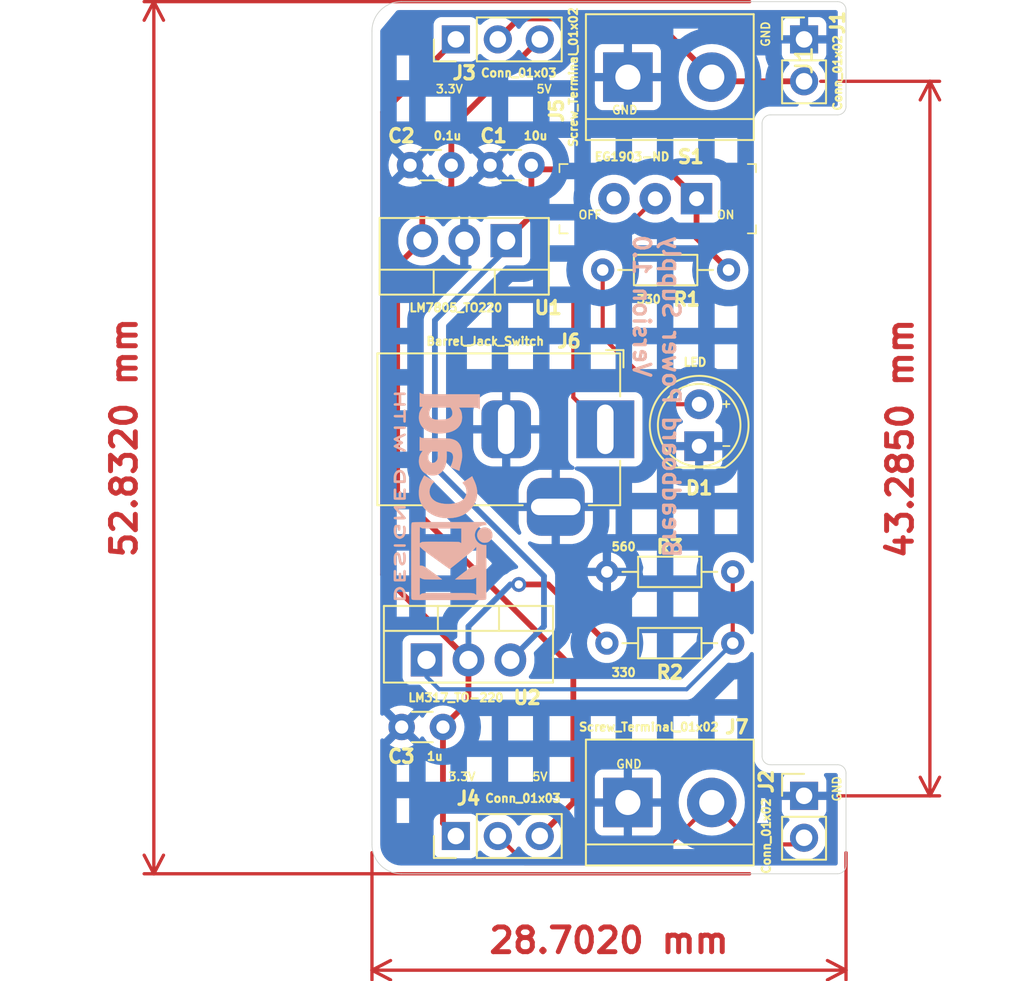
<source format=kicad_pcb>
(kicad_pcb (version 20240108) (generator "pcbnew") (generator_version "8.0")
  (layers (0 "F.Cu" signal) (31 "B.Cu" signal) (34 "B.Paste" user) (35 "F.Paste" user) (36 "B.SilkS" user "B.Silkscreen") (37 "F.SilkS" user "F.Silkscreen") (38 "B.Mask" user) (39 "F.Mask" user) (44 "Edge.Cuts" user))
  (net 0 "")
  (net 1 "GND")
  (net 2 "/12V")
  (net 3 "/5V")
  (net 4 "Net-(D1-A)")
  (net 5 "Net-(U2-ADJ)")
  (net 6 "/3.3V")
  (net 7 "/PWR_input")
  (net 9 "/PWR_OUT_TOP")
  (net 10 "/PWR_OUT_BOTTOM")
  (footprint "Connector_BarrelJack:BarrelJack_Horizontal" (layer "F.Cu") (at 89.566 97.282)
    (property "Reference" "J6" (at -2.19 -5.334 0) (layer "F.SilkS") (effects (font (size 0.8 0.8) (thickness 0.8))))
    (property "Value" "Barrel_Jack_Switch" (at -7.27 -5.334 0) (layer "F.SilkS") (effects (font (size 0.5 0.5) (thickness 0.5))))
    (pad "1" thru_hole rect (at 0 0) (size 3.5 3.5) (drill oval 1 3) (layers "*.Cu" "*.Mask") (net 7 "/PWR_input"))
    (pad "2" thru_hole roundrect (at -6 0) (size 3 3.5) (drill oval 1 3) (layers "*.Cu" "*.Mask") (net 1 "GND"))
    (pad "3" thru_hole roundrect (at -3 4.7) (size 3.5 3.5) (drill oval 3 1) (layers "*.Cu" "*.Mask") (net 1 "GND"))
  )
  (footprint "TerminalBlock:TerminalBlock_bornier-2_P5.08mm" (layer "F.Cu") (at 90.932 75.946)
    (property "Reference" "J5" (at -4.318 2.032 90) (layer "F.SilkS") (effects (font (size 0.8 0.8) (thickness 0.8))))
    (property "Value" "Screw_Terminal_01x02" (at -3.302 0 90) (layer "F.SilkS") (effects (font (size 0.5 0.5) (thickness 0.5))))
    (pad "1" thru_hole rect (at 0 0) (size 3 3) (drill 1.52) (layers "*.Cu" "*.Mask") (net 1 "GND"))
    (pad "2" thru_hole circle (at 5.08 0) (size 3 3) (drill 1.52) (layers "*.Cu" "*.Mask") (net 9 "/PWR_OUT_TOP"))
  )
  (footprint "Capacitor_THT:C_Disc_D3.0mm_W1.6mm_P2.50mm" (layer "F.Cu") (at 79.736 115.316 180)
    (property "Reference" "C3" (at 2.52 -1.778 0) (layer "F.SilkS") (effects (font (size 0.8 0.8) (thickness 0.8))))
    (property "Value" "1u" (at 0.488 -1.778 0) (layer "F.SilkS") (effects (font (size 0.5 0.5) (thickness 0.5))))
    (pad "1" thru_hole circle (at 0 0 180) (size 1.6 1.6) (drill 0.8) (layers "*.Cu" "*.Mask") (net 6 "/3.3V"))
    (pad "2" thru_hole circle (at 2.5 0 180) (size 1.6 1.6) (drill 0.8) (layers "*.Cu" "*.Mask") (net 1 "GND"))
  )
  (footprint "Package_TO_SOT_THT:TO-220-3_Vertical" (layer "F.Cu") (at 83.566 85.852 180)
    (property "Reference" "U1" (at -2.54 -4.064 0) (layer "F.SilkS") (effects (font (size 0.8 0.8) (thickness 0.8))))
    (property "Value" "LM7805_TO220" (at 3.048 -4.064 0) (layer "F.SilkS") (effects (font (size 0.5 0.5) (thickness 0.5))))
    (pad "1" thru_hole rect (at 0 0 180) (size 1.905 2) (drill 1.1) (layers "*.Cu" "*.Mask") (net 2 "/12V"))
    (pad "2" thru_hole oval (at 2.54 0 180) (size 1.905 2) (drill 1.1) (layers "*.Cu" "*.Mask") (net 1 "GND"))
    (pad "3" thru_hole oval (at 5.08 0 180) (size 1.905 2) (drill 1.1) (layers "*.Cu" "*.Mask") (net 3 "/5V"))
  )
  (footprint "Connector_PinHeader_2.54mm:PinHeader_1x03_P2.54mm_Vertical" (layer "F.Cu") (at 80.518 121.92 90)
    (property "Reference" "J4" (at 2.286 0.762 180) (layer "F.SilkS") (effects (font (size 0.8 0.8) (thickness 0.8))))
    (property "Value" "Conn_01x03" (at 2.286 4.064 180) (layer "F.SilkS") (effects (font (size 0.5 0.5) (thickness 0.5))))
    (pad "1" thru_hole rect (at 0 0 90) (size 1.7 1.7) (drill 1) (layers "*.Cu" "*.Mask") (net 6 "/3.3V"))
    (pad "2" thru_hole oval (at 0 2.54 90) (size 1.7 1.7) (drill 1) (layers "*.Cu" "*.Mask") (net 10 "/PWR_OUT_BOTTOM"))
    (pad "3" thru_hole oval (at 0 5.08 90) (size 1.7 1.7) (drill 1) (layers "*.Cu" "*.Mask") (net 3 "/5V"))
  )
  (footprint "Capacitor_THT:C_Disc_D3.0mm_W1.6mm_P2.50mm" (layer "F.Cu") (at 80.244 81.28 180)
    (property "Reference" "C2" (at 3.028 1.778 0) (layer "F.SilkS") (effects (font (size 0.8 0.8) (thickness 0.8))))
    (property "Value" "0.1u" (at 0.234 1.778 0) (layer "F.SilkS") (effects (font (size 0.5 0.5) (thickness 0.5))))
    (pad "1" thru_hole circle (at 0 0 180) (size 1.6 1.6) (drill 0.8) (layers "*.Cu" "*.Mask") (net 3 "/5V"))
    (pad "2" thru_hole circle (at 2.5 0 180) (size 1.6 1.6) (drill 0.8) (layers "*.Cu" "*.Mask") (net 1 "GND"))
  )
  (footprint "Connector_PinHeader_2.54mm:PinHeader_1x02_P2.54mm_Vertical" (layer "F.Cu") (at 101.6 119.485)
    (property "Reference" "J2" (at -2.286 -0.867 90) (layer "F.SilkS") (effects (font (size 0.8 0.8) (thickness 0.8))))
    (property "Value" "Conn_01x02" (at -2.286 2.435 90) (layer "F.SilkS") (effects (font (size 0.5 0.5) (thickness 0.5))))
    (pad "1" thru_hole rect (at 0 0) (size 1.7 1.7) (drill 1) (layers "*.Cu" "*.Mask") (net 1 "GND"))
    (pad "2" thru_hole oval (at 0 2.54) (size 1.7 1.7) (drill 1) (layers "*.Cu" "*.Mask") (net 10 "/PWR_OUT_BOTTOM"))
  )
  (footprint "Connector_PinHeader_2.54mm:PinHeader_1x02_P2.54mm_Vertical" (layer "F.Cu") (at 101.6 73.66)
    (property "Reference" "J1" (at 2.032 -1.016 -90) (layer "F.SilkS") (effects (font (size 0.8 0.8) (thickness 0.8))))
    (property "Value" "Conn_01x02" (at 2.032 2.032 90) (layer "F.SilkS") (effects (font (size 0.5 0.5) (thickness 0.5))))
    (fp_text user "${REFERENCE}" (at 0 1.27 90) (layer "F.SilkS"))
    (pad "1" thru_hole rect (at 0 0) (size 1.7 1.7) (drill 1) (layers "*.Cu" "*.Mask") (net 1 "GND"))
    (pad "2" thru_hole oval (at 0 2.54) (size 1.7 1.7) (drill 1) (layers "*.Cu" "*.Mask") (net 9 "/PWR_OUT_TOP"))
  )
  (footprint "Connector_PinHeader_2.54mm:PinHeader_1x03_P2.54mm_Vertical" (layer "F.Cu") (at 80.518 73.66 90)
    (property "Reference" "J3" (at -2.032 0.508 180) (layer "F.SilkS") (effects (font (size 0.8 0.8) (thickness 0.8))))
    (property "Value" "Conn_01x03" (at -2.032 3.81 180) (layer "F.SilkS") (effects (font (size 0.5 0.5) (thickness 0.5))))
    (pad "1" thru_hole rect (at 0 0 90) (size 1.7 1.7) (drill 1) (layers "*.Cu" "*.Mask") (net 6 "/3.3V"))
    (pad "2" thru_hole oval (at 0 2.54 90) (size 1.7 1.7) (drill 1) (layers "*.Cu" "*.Mask") (net 9 "/PWR_OUT_TOP"))
    (pad "3" thru_hole oval (at 0 5.08 90) (size 1.7 1.7) (drill 1) (layers "*.Cu" "*.Mask") (net 3 "/5V"))
  )
  (footprint "LED_THT:LED_D5.0mm" (layer "F.Cu") (at 95.25 98.303 90)
    (property "Reference" "D1" (at -2.535 0 180) (layer "F.SilkS") (effects (font (size 0.8 0.8) (thickness 0.8))))
    (property "Value" "LED" (at 5.085 -0.254 180) (layer "F.SilkS") (effects (font (size 0.5 0.5) (thickness 0.5))))
    (pad "1" thru_hole rect (at 0 0 90) (size 1.8 1.8) (drill 0.9) (layers "*.Cu" "*.Mask") (net 1 "GND"))
    (pad "2" thru_hole circle (at 2.54 0 90) (size 1.8 1.8) (drill 0.9) (layers "*.Cu" "*.Mask") (net 4 "Net-(D1-A)"))
  )
  (footprint "Package_TO_SOT_THT:TO-220-3_Vertical" (layer "F.Cu") (at 78.74 111.252)
    (property "Reference" "U2" (at 6.096 2.286 0) (layer "F.SilkS") (effects (font (size 0.8 0.8) (thickness 0.8))))
    (property "Value" "LM317_TO-220" (at 1.778 2.286 0) (layer "F.SilkS") (effects (font (size 0.5 0.5) (thickness 0.5))))
    (pad "1" thru_hole rect (at 0 0) (size 1.905 2) (drill 1.1) (layers "*.Cu" "*.Mask") (net 5 "Net-(U2-ADJ)"))
    (pad "2" thru_hole oval (at 2.54 0) (size 1.905 2) (drill 1.1) (layers "*.Cu" "*.Mask") (net 6 "/3.3V"))
    (pad "3" thru_hole oval (at 5.08 0) (size 1.905 2) (drill 1.1) (layers "*.Cu" "*.Mask") (net 2 "/12V"))
  )
  (footprint "digikey-footprints:Switch_Slide_11.6x4mm_EG1218" (layer "F.Cu") (at 95.09 83.312 180)
    (property "Reference" "S1" (at 0.348 2.54 0) (layer "F.SilkS") (effects (font (size 0.8 0.8) (thickness 0.2))))
    (property "Value" "EG1903-ND" (at 3.904 2.54 0) (layer "F.SilkS") (effects (font (size 0.5 0.5) (thickness 0.125))))
    (pad "1" thru_hole rect (at 0 0 180) (size 1.9 1.9) (drill 0.9) (layers "*.Cu" "*.Mask") (net 2 "/12V"))
    (pad "2" thru_hole circle (at 2.5 0 180) (size 1.9 1.9) (drill 0.9) (layers "*.Cu" "*.Mask") (net 7 "/PWR_input"))
    (pad "3" thru_hole circle (at 5 0 180) (size 1.9 1.9) (drill 0.9) (layers "*.Cu" "*.Mask"))
  )
  (footprint "Resistor_THT:R_Axial_DIN0204_L3.6mm_D1.6mm_P7.62mm_Horizontal" (layer "F.Cu") (at 97.028 87.63 180)
    (property "Reference" "R1" (at 2.54 -1.778 0) (layer "F.SilkS") (effects (font (size 0.8 0.8) (thickness 0.8))))
    (property "Value" "330" (at 4.826 -1.778 0) (layer "F.SilkS") (effects (font (size 0.5 0.5) (thickness 0.5))))
    (pad "1" thru_hole circle (at 0 0 180) (size 1.4 1.4) (drill 0.7) (layers "*.Cu" "*.Mask") (net 2 "/12V"))
    (pad "2" thru_hole oval (at 7.62 0 180) (size 1.4 1.4) (drill 0.7) (layers "*.Cu" "*.Mask") (net 4 "Net-(D1-A)"))
  )
  (footprint "Capacitor_THT:C_Disc_D3.0mm_W1.6mm_P2.50mm" (layer "F.Cu") (at 85.09 81.28 180)
    (property "Reference" "C1" (at 2.286 1.778 0) (layer "F.SilkS") (effects (font (size 0.8 0.8) (thickness 0.8))))
    (property "Value" "10u" (at -0.254 1.778 0) (layer "F.SilkS") (effects (font (size 0.5 0.5) (thickness 0.5))))
    (pad "1" thru_hole circle (at 0 0 180) (size 1.6 1.6) (drill 0.8) (layers "*.Cu" "*.Mask") (net 2 "/12V"))
    (pad "2" thru_hole circle (at 2.5 0 180) (size 1.6 1.6) (drill 0.8) (layers "*.Cu" "*.Mask") (net 1 "GND"))
  )
  (footprint "Resistor_THT:R_Axial_DIN0204_L3.6mm_D1.6mm_P7.62mm_Horizontal" (layer "F.Cu") (at 89.662 110.236)
    (property "Reference" "R2" (at 3.81 1.778 0) (layer "F.SilkS") (effects (font (size 0.8 0.8) (thickness 0.8))))
    (property "Value" "330" (at 1.016 1.778 0) (layer "F.SilkS") (effects (font (size 0.5 0.5) (thickness 0.5))))
    (pad "1" thru_hole circle (at 0 0) (size 1.4 1.4) (drill 0.7) (layers "*.Cu" "*.Mask") (net 6 "/3.3V"))
    (pad "2" thru_hole oval (at 7.62 0) (size 1.4 1.4) (drill 0.7) (layers "*.Cu" "*.Mask") (net 5 "Net-(U2-ADJ)"))
  )
  (footprint "TerminalBlock:TerminalBlock_bornier-2_P5.08mm" (layer "F.Cu") (at 90.932 119.888)
    (property "Reference" "J7" (at 6.604 -4.572 180) (layer "F.SilkS") (effects (font (size 0.8 0.8) (thickness 0.8))))
    (property "Value" "Screw_Terminal_01x02" (at 1.27 -4.572 0) (layer "F.SilkS") (effects (font (size 0.5 0.5) (thickness 0.5))))
    (pad "1" thru_hole rect (at 0 0) (size 3 3) (drill 1.52) (layers "*.Cu" "*.Mask") (net 1 "GND"))
    (pad "2" thru_hole circle (at 5.08 0) (size 3 3) (drill 1.52) (layers "*.Cu" "*.Mask") (net 10 "/PWR_OUT_BOTTOM"))
  )
  (footprint "Resistor_THT:R_Axial_DIN0204_L3.6mm_D1.6mm_P7.62mm_Horizontal" (layer "F.Cu") (at 97.282 105.918 180)
    (property "Reference" "R3" (at 3.81 1.524 0) (layer "F.SilkS") (effects (font (size 0.8 0.8) (thickness 0.8))))
    (property "Value" "560" (at 6.604 1.524 0) (layer "F.SilkS") (effects (font (size 0.5 0.5) (thickness 0.5))))
    (pad "1" thru_hole circle (at 0 0 180) (size 1.4 1.4) (drill 0.7) (layers "*.Cu" "*.Mask") (net 5 "Net-(U2-ADJ)"))
    (pad "2" thru_hole oval (at 7.62 0 180) (size 1.4 1.4) (drill 0.7) (layers "*.Cu" "*.Mask") (net 1 "GND"))
  )
  (footprint "Symbol:KiCad-Logo2_5mm_SilkScreen" (layer "B.Cu") (at 79.756 101.346 90)
    (property "Reference" "REF**" (hide yes))
    (property "Value" "KiCad-Logo2_5mm_SilkScreen" (hide yes))
  )
  (gr_line (start 99.06 117.094) (end 99.06 78.74) (stroke (width 0.05)) (layer "Edge.Cuts"))
  (gr_arc (start 103.632 71.374) (mid 103.99121 71.52279) (end 104.14 71.882) (stroke (width 0.05)) (layer "Edge.Cuts"))
  (gr_line (start 104.14 71.882) (end 104.14 77.724) (stroke (width 0.05)) (layer "Edge.Cuts"))
  (gr_line (start 77.216 124.206) (end 103.632 124.206) (stroke (width 0.05)) (layer "Edge.Cuts"))
  (gr_arc (start 104.14 123.698) (mid 103.99121 124.05721) (end 103.632 124.206) (stroke (width 0.05)) (layer "Edge.Cuts"))
  (gr_arc (start 77.216 124.206) (mid 75.958764 123.685236) (end 75.438 122.428) (stroke (width 0.05)) (layer "Edge.Cuts"))
  (gr_arc (start 75.438 73.152) (mid 75.958764 71.894764) (end 77.216 71.374) (stroke (width 0.05)) (layer "Edge.Cuts"))
  (gr_arc (start 103.632 117.602) (mid 103.99121 117.75079) (end 104.14 118.11) (stroke (width 0.05)) (layer "Edge.Cuts"))
  (gr_arc (start 99.06 78.74) (mid 99.20879 78.38079) (end 99.568 78.232) (stroke (width 0.05)) (layer "Edge.Cuts"))
  (gr_line (start 104.14 123.698) (end 104.14 118.11) (stroke (width 0.05)) (layer "Edge.Cuts"))
  (gr_line (start 75.438 73.152) (end 75.438 122.428) (stroke (width 0.05)) (layer "Edge.Cuts"))
  (gr_line (start 103.632 78.232) (end 99.568 78.232) (stroke (width 0.05)) (layer "Edge.Cuts"))
  (gr_line (start 103.632 117.602) (end 99.568 117.602) (stroke (width 0.05)) (layer "Edge.Cuts"))
  (gr_arc (start 104.14 77.724) (mid 103.99121 78.08321) (end 103.632 78.232) (stroke (width 0.05)) (layer "Edge.Cuts"))
  (gr_arc (start 99.568 117.602) (mid 99.20879 117.45321) (end 99.06 117.094) (stroke (width 0.05)) (layer "Edge.Cuts"))
  (gr_line (start 103.632 71.374) (end 77.216 71.374) (stroke (width 0.05)) (layer "Edge.Cuts"))
  (gr_text "Version 1.0" (at 91.186 94.234 270) (layer "B.SilkS") (effects (font (size 1 1) (thickness 0.2) (bold yes)) (justify left bottom mirror)))
  (gr_text "Breadboard Power Supply" (at 92.964 105.156 -90) (layer "B.SilkS") (effects (font (size 1 1) (thickness 0.2) (bold yes)) (justify left bottom mirror)))
  (gr_text "GND" (at 89.916 78.232 0) (layer "F.SilkS") (effects (font (size 0.5 0.5) (thickness 0.1) (bold yes)) (justify left bottom)))
  (gr_text "5V" (at 85.09 118.618 0) (layer "F.SilkS") (effects (font (size 0.5 0.5) (thickness 0.1) (bold yes)) (justify left bottom)))
  (gr_text "+" (at 96.52 96.012 0) (layer "F.SilkS") (effects (font (size 0.5 0.5) (thickness 0.1) (bold yes)) (justify left bottom)))
  (gr_text "ON" (at 96.266 84.582 0) (layer "F.SilkS") (effects (font (size 0.5 0.5) (thickness 0.1) (bold yes)) (justify left bottom)))
  (gr_text "GND" (at 90.17 117.856 0) (layer "F.SilkS") (effects (font (size 0.5 0.5) (thickness 0.1) (bold yes)) (justify left bottom)))
  (gr_text "GND" (at 103.886 119.888 90) (layer "F.SilkS") (effects (font (size 0.5 0.5) (thickness 0.1) (bold yes)) (justify left bottom)))
  (gr_text "3.3V" (at 79.248 76.962 0) (layer "F.SilkS") (effects (font (size 0.5 0.5) (thickness 0.1) (bold yes)) (justify left bottom)))
  (gr_text "-" (at 96.52 98.552 0) (layer "F.SilkS") (effects (font (size 0.5 0.5) (thickness 0.1) (bold yes)) (justify left bottom)))
  (gr_text "GND" (at 99.568 74.168 90) (layer "F.SilkS") (effects (font (size 0.5 0.5) (thickness 0.1) (bold yes)) (justify left bottom)))
  (gr_text "OFF" (at 87.884 84.582 0) (layer "F.SilkS") (effects (font (size 0.5 0.5) (thickness 0.1) (bold yes)) (justify left bottom)))
  (gr_text "5V" (at 85.344 76.962 0) (layer "F.SilkS") (effects (font (size 0.5 0.5) (thickness 0.1) (bold yes)) (justify left bottom)))
  (gr_text "3.3V" (at 80.01 118.618 0) (layer "F.SilkS") (effects (font (size 0.5 0.5) (thickness 0.1) (bold yes)) (justify left bottom)))
  (dimension (type aligned) (layer "F.Cu") (pts (xy 98.806 124.206) (xy 98.806 71.374)) (height -36.576) (gr_text "52.8320 mm" (at 60.43 97.79 90) (layer "F.Cu") (effects (font (size 1.5 1.5) (thickness 0.3)))) (format (prefix "") (suffix "") (units 3) (units_format 1) (precision 4)) (style (thickness 0.2) (arrow_length 1.27) (text_position_mode 0) (extension_height 0.58642) (extension_offset 0.5) keep_text_aligned))
  (dimension (type aligned) (layer "F.Cu") (pts (xy 102.108 119.485) (xy 102.108 76.2)) (height 7.112) (gr_text "43.2850 mm" (at 107.42 97.8425 90) (layer "F.Cu") (effects (font (size 1.5 1.5) (thickness 0.3)))) (format (prefix "") (suffix "") (units 3) (units_format 1) (precision 4)) (style (thickness 0.2) (arrow_length 1.27) (text_position_mode 0) (extension_height 0.58642) (extension_offset 0.5) keep_text_aligned))
  (dimension (type aligned) (layer "F.Cu") (pts (xy 75.438 122.428) (xy 104.14 122.428)) (height 7.619999) (gr_text "28.7020 mm" (at 89.789 128.247999 0) (layer "F.Cu") (effects (font (size 1.5 1.5) (thickness 0.3)))) (format (prefix "") (suffix "") (units 3) (units_format 1) (precision 4)) (style (thickness 0.2) (arrow_length 1.27) (text_position_mode 0) (extension_height 0.58642) (extension_offset 0.5) keep_text_aligned))
  (segment (start 95.09 83.312) (end 95.09 85.692) (width 0.35) (layer "F.Cu") (net 2))
  (segment (start 93.312 81.534) (end 95.09 83.312) (width 0.35) (layer "F.Cu") (net 2))
  (segment (start 85.09 81.28) (end 85.344 81.534) (width 0.35) (layer "F.Cu") (net 2))
  (segment (start 85.09 84.328) (end 83.566 85.852) (width 0.35) (layer "F.Cu") (net 2))
  (segment (start 95.09 85.692) (end 97.028 87.63) (width 0.35) (layer "F.Cu") (net 2))
  (segment (start 85.09 81.28) (end 85.09 84.328) (width 0.35) (layer "F.Cu") (net 2))
  (segment (start 85.344 81.534) (end 93.312 81.534) (width 0.35) (layer "F.Cu") (net 2))
  (segment (start 83.566 86.36) (end 83.566 85.852) (width 0.35) (layer "B.Cu") (net 2))
  (segment (start 79.248 99.568) (end 79.248 90.678) (width 0.35) (layer "B.Cu") (net 2))
  (segment (start 79.248 90.678) (end 83.566 86.36) (width 0.35) (layer "B.Cu") (net 2))
  (segment (start 85.852 109.22) (end 85.852 106.172) (width 0.35) (layer "B.Cu") (net 2))
  (segment (start 83.82 111.252) (end 85.852 109.22) (width 0.35) (layer "B.Cu") (net 2))
  (segment (start 85.852 106.172) (end 79.248 99.568) (width 0.35) (layer "B.Cu") (net 2))
  (segment (start 87.63 119.888) (end 85.598 121.92) (width 0.35) (layer "F.Cu") (net 3))
  (segment (start 80.244 82.57) (end 78.486 84.328) (width 0.35) (layer "F.Cu") (net 3))
  (segment (start 87.63 111.76) (end 87.63 119.888) (width 0.35) (layer "F.Cu") (net 3))
  (segment (start 78.486 85.852) (end 76.962 87.376) (width 0.35) (layer "F.Cu") (net 3))
  (segment (start 78.486 84.328) (end 78.486 85.852) (width 0.35) (layer "F.Cu") (net 3))
  (segment (start 76.962 87.376) (end 76.962 101.092) (width 0.35) (layer "F.Cu") (net 3))
  (segment (start 80.244 81.28) (end 80.244 82.57) (width 0.35) (layer "F.Cu") (net 3))
  (segment (start 85.598 73.66) (end 80.244 79.014) (width 0.35) (layer "F.Cu") (net 3))
  (segment (start 80.244 79.014) (end 80.244 81.28) (width 0.35) (layer "F.Cu") (net 3))
  (segment (start 76.962 101.092) (end 87.63 111.76) (width 0.35) (layer "F.Cu") (net 3))
  (segment (start 95.25 95.504) (end 95.25 95.763) (width 0.25) (layer "F.Cu") (net 4))
  (segment (start 89.408 91.694) (end 93.477 95.763) (width 0.25) (layer "F.Cu") (net 4))
  (segment (start 93.477 95.763) (end 95.25 95.763) (width 0.25) (layer "F.Cu") (net 4))
  (segment (start 89.408 87.63) (end 89.408 91.694) (width 0.25) (layer "F.Cu") (net 4))
  (segment (start 97.282 105.918) (end 97.282 110.236) (width 0.25) (layer "F.Cu") (net 5))
  (segment (start 78.74 112.268) (end 78.74 111.252) (width 0.25) (layer "B.Cu") (net 5))
  (segment (start 79.502 113.03) (end 78.74 112.268) (width 0.25) (layer "B.Cu") (net 5))
  (segment (start 94.488 113.03) (end 79.502 113.03) (width 0.25) (layer "B.Cu") (net 5))
  (segment (start 97.282 110.236) (end 94.488 113.03) (width 0.25) (layer "B.Cu") (net 5))
  (segment (start 84.328 106.68) (end 86.106 106.68) (width 0.35) (layer "F.Cu") (net 6))
  (segment (start 79.736 115.316) (end 79.736 121.138) (width 0.35) (layer "F.Cu") (net 6))
  (segment (start 79.736 121.138) (end 80.518 121.92) (width 0.35) (layer "F.Cu") (net 6))
  (segment (start 81.28 113.772) (end 79.736 115.316) (width 0.35) (layer "F.Cu") (net 6))
  (segment (start 76.113 106.085) (end 81.28 111.252) (width 0.35) (layer "F.Cu") (net 6))
  (segment (start 76.113 78.065) (end 76.113 106.085) (width 0.35) (layer "F.Cu") (net 6))
  (segment (start 86.106 106.68) (end 89.662 110.236) (width 0.35) (layer "F.Cu") (net 6))
  (segment (start 80.518 73.66) (end 76.113 78.065) (width 0.35) (layer "F.Cu") (net 6))
  (segment (start 81.28 111.252) (end 81.28 113.772) (width 0.35) (layer "F.Cu") (net 6))
  (via (at 84.328 106.68) (size 0.9) (drill 0.5) (layers "F.Cu" "B.Cu") (net 6))
  (segment (start 83.82 106.68) (end 81.28 109.22) (width 0.35) (layer "B.Cu") (net 6))
  (segment (start 81.28 109.22) (end 81.28 111.252) (width 0.35) (layer "B.Cu") (net 6))
  (segment (start 84.328 106.68) (end 83.82 106.68) (width 0.35) (layer "B.Cu") (net 6))
  (segment (start 89.796 86.106) (end 88.392 86.106) (width 0.25) (layer "F.Cu") (net 7))
  (segment (start 87.63 95.346) (end 89.566 97.282) (width 0.25) (layer "F.Cu") (net 7))
  (segment (start 88.392 86.106) (end 87.63 86.868) (width 0.25) (layer "F.Cu") (net 7))
  (segment (start 92.59 83.312) (end 89.796 86.106) (width 0.25) (layer "F.Cu") (net 7))
  (segment (start 87.63 86.868) (end 87.63 95.346) (width 0.25) (layer "F.Cu") (net 7))
  (segment (start 101.6 76.2) (end 96.266 76.2) (width 0.35) (layer "F.Cu") (net 9))
  (segment (start 101.346 75.946) (end 101.6 76.2) (width 0.35) (layer "F.Cu") (net 9))
  (segment (start 96.012 75.946) (end 92.456 72.39) (width 0.35) (layer "F.Cu") (net 9))
  (segment (start 84.328 72.39) (end 83.058 73.66) (width 0.35) (layer "F.Cu") (net 9))
  (segment (start 92.456 72.39) (end 84.328 72.39) (width 0.35) (layer "F.Cu") (net 9))
  (segment (start 96.266 76.2) (end 96.012 75.946) (width 0.35) (layer "F.Cu") (net 9))
  (segment (start 96.012 119.888) (end 98.552 122.428) (width 0.25) (layer "F.Cu") (net 10))
  (segment (start 101.197 122.428) (end 101.6 122.025) (width 0.25) (layer "F.Cu") (net 10))
  (segment (start 83.058 121.92) (end 84.719 123.581) (width 0.25) (layer "F.Cu") (net 10))
  (segment (start 92.319 123.581) (end 96.012 119.888) (width 0.25) (layer "F.Cu") (net 10))
  (segment (start 84.719 123.581) (end 92.319 123.581) (width 0.25) (layer "F.Cu") (net 10))
  (segment (start 96.012 118.872) (end 96.012 119.888) (width 0.25) (layer "F.Cu") (net 10))
  (segment (start 98.552 122.428) (end 101.197 122.428) (width 0.25) (layer "F.Cu") (net 10))
  (zone (net 1) (net_name "GND") (layer "B.Cu") (connect_pads (clearance 0.5)) (min_thickness 0.25) (fill yes (mode hatch) (thermal_gap 0.5) (thermal_bridge_width 0.5) (hatch_thickness 1) (hatch_gap 1.5) (hatch_orientation 0) (hatch_border_algorithm hatch_thickness) (hatch_min_hole_area 0.3))
    (polygon (pts (xy 76.962 123.952) (xy 75.692 122.936) (xy 75.692 73.406) (xy 76.962 71.882) (xy 103.632 71.882) (xy 103.886 72.39) (xy 103.886 77.724) (xy 103.632 77.978) (xy 99.314 77.978) (xy 98.806 78.486) (xy 98.806 117.348) (xy 99.314 117.856) (xy 103.886 117.856) (xy 103.886 123.952)))
  )
)
</source>
